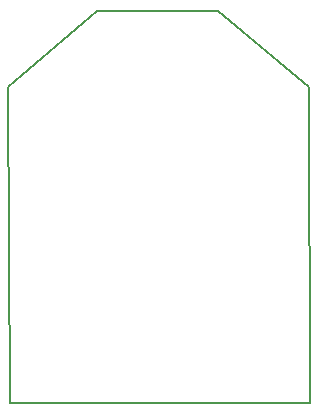
<source format=gbr>
%TF.GenerationSoftware,KiCad,Pcbnew,(5.1.0-4-gc924fc765)*%
%TF.CreationDate,2019-03-12T10:18:20+09:00*%
%TF.ProjectId,xbee,78626565-2e6b-4696-9361-645f70636258,rev?*%
%TF.SameCoordinates,Original*%
%TF.FileFunction,Profile,NP*%
%FSLAX46Y46*%
G04 Gerber Fmt 4.6, Leading zero omitted, Abs format (unit mm)*
G04 Created by KiCad (PCBNEW (5.1.0-4-gc924fc765)) date 2019-03-12 10:18:20*
%MOMM*%
%LPD*%
G04 APERTURE LIST*
%ADD10C,0.150000*%
G04 APERTURE END LIST*
D10*
X143250000Y-90250000D02*
X153500000Y-90250000D01*
X135750000Y-96750000D02*
X143250000Y-90250000D01*
X135750000Y-96750000D02*
X135850000Y-123500000D01*
X153500000Y-90250000D02*
X161201100Y-96750000D01*
X161201100Y-96750000D02*
X161250000Y-123500000D01*
X161250000Y-123500000D02*
X135850000Y-123500000D01*
M02*

</source>
